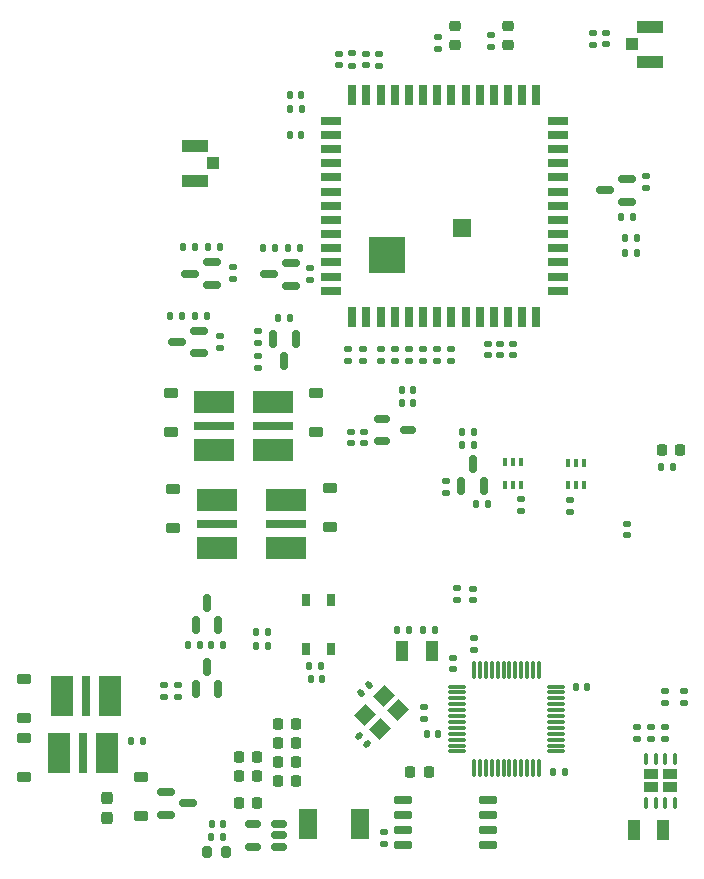
<source format=gbr>
%TF.GenerationSoftware,KiCad,Pcbnew,7.0.10*%
%TF.CreationDate,2024-01-17T01:16:12+03:00*%
%TF.ProjectId,BIM_PCB,42494d5f-5043-4422-9e6b-696361645f70,rev?*%
%TF.SameCoordinates,Original*%
%TF.FileFunction,Paste,Top*%
%TF.FilePolarity,Positive*%
%FSLAX46Y46*%
G04 Gerber Fmt 4.6, Leading zero omitted, Abs format (unit mm)*
G04 Created by KiCad (PCBNEW 7.0.10) date 2024-01-17 01:16:12*
%MOMM*%
%LPD*%
G01*
G04 APERTURE LIST*
G04 Aperture macros list*
%AMRoundRect*
0 Rectangle with rounded corners*
0 $1 Rounding radius*
0 $2 $3 $4 $5 $6 $7 $8 $9 X,Y pos of 4 corners*
0 Add a 4 corners polygon primitive as box body*
4,1,4,$2,$3,$4,$5,$6,$7,$8,$9,$2,$3,0*
0 Add four circle primitives for the rounded corners*
1,1,$1+$1,$2,$3*
1,1,$1+$1,$4,$5*
1,1,$1+$1,$6,$7*
1,1,$1+$1,$8,$9*
0 Add four rect primitives between the rounded corners*
20,1,$1+$1,$2,$3,$4,$5,0*
20,1,$1+$1,$4,$5,$6,$7,0*
20,1,$1+$1,$6,$7,$8,$9,0*
20,1,$1+$1,$8,$9,$2,$3,0*%
%AMRotRect*
0 Rectangle, with rotation*
0 The origin of the aperture is its center*
0 $1 length*
0 $2 width*
0 $3 Rotation angle, in degrees counterclockwise*
0 Add horizontal line*
21,1,$1,$2,0,0,$3*%
G04 Aperture macros list end*
%ADD10RoundRect,0.150000X0.512500X0.150000X-0.512500X0.150000X-0.512500X-0.150000X0.512500X-0.150000X0*%
%ADD11RoundRect,0.135000X0.185000X-0.135000X0.185000X0.135000X-0.185000X0.135000X-0.185000X-0.135000X0*%
%ADD12RoundRect,0.135000X-0.185000X0.135000X-0.185000X-0.135000X0.185000X-0.135000X0.185000X0.135000X0*%
%ADD13RoundRect,0.140000X-0.170000X0.140000X-0.170000X-0.140000X0.170000X-0.140000X0.170000X0.140000X0*%
%ADD14RoundRect,0.140000X0.140000X0.170000X-0.140000X0.170000X-0.140000X-0.170000X0.140000X-0.170000X0*%
%ADD15RoundRect,0.225000X0.375000X-0.225000X0.375000X0.225000X-0.375000X0.225000X-0.375000X-0.225000X0*%
%ADD16RoundRect,0.218750X0.256250X-0.218750X0.256250X0.218750X-0.256250X0.218750X-0.256250X-0.218750X0*%
%ADD17RoundRect,0.150000X0.150000X-0.587500X0.150000X0.587500X-0.150000X0.587500X-0.150000X-0.587500X0*%
%ADD18RoundRect,0.075000X-0.662500X-0.075000X0.662500X-0.075000X0.662500X0.075000X-0.662500X0.075000X0*%
%ADD19RoundRect,0.075000X-0.075000X-0.662500X0.075000X-0.662500X0.075000X0.662500X-0.075000X0.662500X0*%
%ADD20R,1.950000X3.500000*%
%ADD21R,0.800000X3.400000*%
%ADD22R,1.050000X1.000000*%
%ADD23R,2.200000X1.050000*%
%ADD24RoundRect,0.140000X0.170000X-0.140000X0.170000X0.140000X-0.170000X0.140000X-0.170000X-0.140000X0*%
%ADD25RoundRect,0.135000X-0.135000X-0.185000X0.135000X-0.185000X0.135000X0.185000X-0.135000X0.185000X0*%
%ADD26RoundRect,0.135000X0.135000X0.185000X-0.135000X0.185000X-0.135000X-0.185000X0.135000X-0.185000X0*%
%ADD27RoundRect,0.225000X0.225000X0.250000X-0.225000X0.250000X-0.225000X-0.250000X0.225000X-0.250000X0*%
%ADD28RoundRect,0.150000X0.587500X0.150000X-0.587500X0.150000X-0.587500X-0.150000X0.587500X-0.150000X0*%
%ADD29RoundRect,0.140000X-0.140000X-0.170000X0.140000X-0.170000X0.140000X0.170000X-0.140000X0.170000X0*%
%ADD30RoundRect,0.150000X-0.587500X-0.150000X0.587500X-0.150000X0.587500X0.150000X-0.587500X0.150000X0*%
%ADD31R,1.600000X2.500000*%
%ADD32R,3.500000X1.950000*%
%ADD33R,3.400000X0.800000*%
%ADD34RoundRect,0.150000X-0.150000X0.587500X-0.150000X-0.587500X0.150000X-0.587500X0.150000X0.587500X0*%
%ADD35RoundRect,0.218750X0.218750X0.256250X-0.218750X0.256250X-0.218750X-0.256250X0.218750X-0.256250X0*%
%ADD36R,1.000000X1.800000*%
%ADD37RoundRect,0.147500X-0.172500X0.147500X-0.172500X-0.147500X0.172500X-0.147500X0.172500X0.147500X0*%
%ADD38R,0.400000X0.650000*%
%ADD39RoundRect,0.225000X-0.225000X-0.250000X0.225000X-0.250000X0.225000X0.250000X-0.225000X0.250000X0*%
%ADD40RoundRect,0.222500X0.402500X-0.222500X0.402500X0.222500X-0.402500X0.222500X-0.402500X-0.222500X0*%
%ADD41RoundRect,0.087500X0.087500X-0.412500X0.087500X0.412500X-0.087500X0.412500X-0.087500X-0.412500X0*%
%ADD42RoundRect,0.218750X-0.218750X-0.256250X0.218750X-0.256250X0.218750X0.256250X-0.218750X0.256250X0*%
%ADD43RoundRect,0.200000X0.200000X0.275000X-0.200000X0.275000X-0.200000X-0.275000X0.200000X-0.275000X0*%
%ADD44RoundRect,0.140000X-0.219203X-0.021213X-0.021213X-0.219203X0.219203X0.021213X0.021213X0.219203X0*%
%ADD45RoundRect,0.140000X0.021213X-0.219203X0.219203X-0.021213X-0.021213X0.219203X-0.219203X0.021213X0*%
%ADD46R,0.650000X1.050000*%
%ADD47R,0.800000X1.800000*%
%ADD48R,1.800000X0.800000*%
%ADD49R,3.048000X3.048000*%
%ADD50R,1.524000X1.500000*%
%ADD51RoundRect,0.237500X-0.237500X0.287500X-0.237500X-0.287500X0.237500X-0.287500X0.237500X0.287500X0*%
%ADD52RoundRect,0.150000X-0.512500X-0.150000X0.512500X-0.150000X0.512500X0.150000X-0.512500X0.150000X0*%
%ADD53RotRect,1.400000X1.200000X45.000000*%
%ADD54RoundRect,0.150000X-0.650000X-0.150000X0.650000X-0.150000X0.650000X0.150000X-0.650000X0.150000X0*%
G04 APERTURE END LIST*
D10*
%TO.C,U16*%
X59137500Y-128650000D03*
X59137500Y-127700000D03*
X59137500Y-126750000D03*
X56862500Y-126750000D03*
X56862500Y-128650000D03*
%TD*%
D11*
%TO.C,R15*%
X89375000Y-119560000D03*
X89375000Y-118540000D03*
%TD*%
D12*
%TO.C,R56*%
X57300000Y-84990000D03*
X57300000Y-86010000D03*
%TD*%
D13*
%TO.C,C33*%
X79550000Y-99250000D03*
X79550000Y-100210000D03*
%TD*%
D14*
%TO.C,C20*%
X61000000Y-65000000D03*
X60040000Y-65000000D03*
%TD*%
D15*
%TO.C,D16*%
X37500000Y-114500000D03*
X37500000Y-117800000D03*
%TD*%
D16*
%TO.C,D6*%
X74000000Y-60787500D03*
X74000000Y-59212500D03*
%TD*%
D17*
%TO.C,Q6*%
X74550000Y-98112500D03*
X76450000Y-98112500D03*
X75500000Y-96237500D03*
%TD*%
D18*
%TO.C,U1*%
X74200000Y-115100000D03*
X74200000Y-115600000D03*
X74200000Y-116100000D03*
X74200000Y-116600000D03*
X74200000Y-117100000D03*
X74200000Y-117600000D03*
X74200000Y-118100000D03*
X74200000Y-118600000D03*
X74200000Y-119100000D03*
X74200000Y-119600000D03*
X74200000Y-120100000D03*
X74200000Y-120600000D03*
D19*
X75612500Y-122012500D03*
X76112500Y-122012500D03*
X76612500Y-122012500D03*
X77112500Y-122012500D03*
X77612500Y-122012500D03*
X78112500Y-122012500D03*
X78612500Y-122012500D03*
X79112500Y-122012500D03*
X79612500Y-122012500D03*
X80112500Y-122012500D03*
X80612500Y-122012500D03*
X81112500Y-122012500D03*
D18*
X82525000Y-120600000D03*
X82525000Y-120100000D03*
X82525000Y-119600000D03*
X82525000Y-119100000D03*
X82525000Y-118600000D03*
X82525000Y-118100000D03*
X82525000Y-117600000D03*
X82525000Y-117100000D03*
X82525000Y-116600000D03*
X82525000Y-116100000D03*
X82525000Y-115600000D03*
X82525000Y-115100000D03*
D19*
X81112500Y-113687500D03*
X80612500Y-113687500D03*
X80112500Y-113687500D03*
X79612500Y-113687500D03*
X79112500Y-113687500D03*
X78612500Y-113687500D03*
X78112500Y-113687500D03*
X77612500Y-113687500D03*
X77112500Y-113687500D03*
X76612500Y-113687500D03*
X76112500Y-113687500D03*
X75612500Y-113687500D03*
%TD*%
D20*
%TO.C,U20*%
X44525000Y-120750000D03*
X40475000Y-120750000D03*
D21*
X42500000Y-120750000D03*
%TD*%
D11*
%TO.C,R67*%
X74200000Y-107810000D03*
X74200000Y-106790000D03*
%TD*%
D22*
%TO.C,AE1*%
X88950000Y-60740000D03*
D23*
X90475000Y-59265000D03*
X90475000Y-62215000D03*
%TD*%
D12*
%TO.C,R21*%
X90200000Y-71840000D03*
X90200000Y-72860000D03*
%TD*%
D24*
%TO.C,C13*%
X90575000Y-119530000D03*
X90575000Y-118570000D03*
%TD*%
D11*
%TO.C,R40*%
X68900000Y-87510000D03*
X68900000Y-86490000D03*
%TD*%
D25*
%TO.C,R2*%
X61665000Y-113325000D03*
X62685000Y-113325000D03*
%TD*%
D26*
%TO.C,R28*%
X61010000Y-66200000D03*
X59990000Y-66200000D03*
%TD*%
D27*
%TO.C,C54*%
X60555000Y-118270000D03*
X59005000Y-118270000D03*
%TD*%
D14*
%TO.C,C15*%
X70455000Y-90025000D03*
X69495000Y-90025000D03*
%TD*%
D11*
%TO.C,R41*%
X67700000Y-87510000D03*
X67700000Y-86490000D03*
%TD*%
D28*
%TO.C,Q8*%
X60137500Y-81150000D03*
X60137500Y-79250000D03*
X58262500Y-80200000D03*
%TD*%
D26*
%TO.C,R5*%
X54385000Y-111575000D03*
X53365000Y-111575000D03*
%TD*%
%TO.C,R22*%
X75630000Y-94650000D03*
X74610000Y-94650000D03*
%TD*%
D15*
%TO.C,D13*%
X50100000Y-101687500D03*
X50100000Y-98387500D03*
%TD*%
D29*
%TO.C,C11*%
X71320000Y-110300000D03*
X72280000Y-110300000D03*
%TD*%
D30*
%TO.C,Q1*%
X49562500Y-124050000D03*
X49562500Y-125950000D03*
X51437500Y-125000000D03*
%TD*%
D25*
%TO.C,R70*%
X53380000Y-127825000D03*
X54400000Y-127825000D03*
%TD*%
D14*
%TO.C,C12*%
X70080000Y-110300000D03*
X69120000Y-110300000D03*
%TD*%
D31*
%TO.C,L5*%
X61580000Y-126770000D03*
X65980000Y-126770000D03*
%TD*%
D32*
%TO.C,U6*%
X53625000Y-95075000D03*
X53625000Y-91025000D03*
D33*
X53625000Y-93050000D03*
%TD*%
D34*
%TO.C,Q9*%
X60500000Y-85700000D03*
X58600000Y-85700000D03*
X59550000Y-87575000D03*
%TD*%
D25*
%TO.C,R18*%
X49900000Y-83700000D03*
X50920000Y-83700000D03*
%TD*%
D11*
%TO.C,R55*%
X57300000Y-88100000D03*
X57300000Y-87080000D03*
%TD*%
D26*
%TO.C,R66*%
X52385000Y-111575000D03*
X51365000Y-111575000D03*
%TD*%
D11*
%TO.C,R48*%
X55200000Y-80610000D03*
X55200000Y-79590000D03*
%TD*%
D24*
%TO.C,C16*%
X66300000Y-94505000D03*
X66300000Y-93545000D03*
%TD*%
D16*
%TO.C,D5*%
X78500000Y-60787500D03*
X78500000Y-59212500D03*
%TD*%
D28*
%TO.C,Q5*%
X88600000Y-74050000D03*
X88600000Y-72150000D03*
X86725000Y-73100000D03*
%TD*%
D13*
%TO.C,C6*%
X88600000Y-101340000D03*
X88600000Y-102300000D03*
%TD*%
D28*
%TO.C,Q4*%
X52300000Y-86900000D03*
X52300000Y-85000000D03*
X50425000Y-85950000D03*
%TD*%
D11*
%TO.C,R42*%
X72500000Y-87510000D03*
X72500000Y-86490000D03*
%TD*%
%TO.C,R36*%
X72600000Y-61097500D03*
X72600000Y-60077500D03*
%TD*%
D14*
%TO.C,C7*%
X62760000Y-114475000D03*
X61800000Y-114475000D03*
%TD*%
D13*
%TO.C,C34*%
X83750000Y-99330000D03*
X83750000Y-100290000D03*
%TD*%
D25*
%TO.C,R23*%
X74600000Y-93550000D03*
X75620000Y-93550000D03*
%TD*%
D11*
%TO.C,R16*%
X91775000Y-119560000D03*
X91775000Y-118540000D03*
%TD*%
D35*
%TO.C,D2*%
X93087500Y-95040000D03*
X91512500Y-95040000D03*
%TD*%
D11*
%TO.C,R17*%
X54100000Y-86410000D03*
X54100000Y-85390000D03*
%TD*%
D24*
%TO.C,C52*%
X75500000Y-107780000D03*
X75500000Y-106820000D03*
%TD*%
D26*
%TO.C,R33*%
X89385000Y-78425000D03*
X88365000Y-78425000D03*
%TD*%
D36*
%TO.C,Y3*%
X91625000Y-127250000D03*
X89125000Y-127250000D03*
%TD*%
D26*
%TO.C,R53*%
X60847500Y-77950000D03*
X59827500Y-77950000D03*
%TD*%
D27*
%TO.C,C48*%
X60555000Y-121470000D03*
X59005000Y-121470000D03*
%TD*%
D28*
%TO.C,Q7*%
X53400000Y-81100000D03*
X53400000Y-79200000D03*
X51525000Y-80150000D03*
%TD*%
D29*
%TO.C,C8*%
X57185000Y-111700000D03*
X58145000Y-111700000D03*
%TD*%
D26*
%TO.C,R8*%
X92450000Y-96500000D03*
X91430000Y-96500000D03*
%TD*%
D37*
%TO.C,L2*%
X85725000Y-59780000D03*
X85725000Y-60750000D03*
%TD*%
D32*
%TO.C,U10*%
X53850000Y-103337500D03*
X53850000Y-99287500D03*
D33*
X53850000Y-101312500D03*
%TD*%
D15*
%TO.C,D17*%
X37500000Y-122800000D03*
X37500000Y-119500000D03*
%TD*%
D11*
%TO.C,R13*%
X91800000Y-116510000D03*
X91800000Y-115490000D03*
%TD*%
D15*
%TO.C,D7*%
X62225000Y-93525000D03*
X62225000Y-90225000D03*
%TD*%
%TO.C,D8*%
X49925000Y-93562502D03*
X49925000Y-90262502D03*
%TD*%
D11*
%TO.C,R47*%
X73700000Y-87510000D03*
X73700000Y-86490000D03*
%TD*%
D24*
%TO.C,C3*%
X73800000Y-113660000D03*
X73800000Y-112700000D03*
%TD*%
D14*
%TO.C,C14*%
X70455000Y-91100000D03*
X69495000Y-91100000D03*
%TD*%
D38*
%TO.C,U14*%
X84900000Y-96150000D03*
X84250000Y-96150000D03*
X83600000Y-96150000D03*
X83600000Y-98050000D03*
X84250000Y-98050000D03*
X84900000Y-98050000D03*
%TD*%
D27*
%TO.C,C53*%
X60555000Y-119870000D03*
X59005000Y-119870000D03*
%TD*%
D26*
%TO.C,R19*%
X53010000Y-83700000D03*
X51990000Y-83700000D03*
%TD*%
D25*
%TO.C,R49*%
X51000000Y-77900000D03*
X52020000Y-77900000D03*
%TD*%
D14*
%TO.C,C29*%
X60980000Y-68400000D03*
X60020000Y-68400000D03*
%TD*%
D15*
%TO.C,D1*%
X47400000Y-126050000D03*
X47400000Y-122750000D03*
%TD*%
D11*
%TO.C,R51*%
X61750000Y-80660000D03*
X61750000Y-79640000D03*
%TD*%
%TO.C,R35*%
X77025000Y-60972500D03*
X77025000Y-59952500D03*
%TD*%
D39*
%TO.C,C58*%
X55705000Y-125000000D03*
X57255000Y-125000000D03*
%TD*%
D11*
%TO.C,R45*%
X71300000Y-87510000D03*
X71300000Y-86490000D03*
%TD*%
D40*
%TO.C,U2*%
X90625000Y-122550000D03*
X92175000Y-123650000D03*
X90625000Y-123650000D03*
X92175000Y-122550000D03*
D41*
X90200000Y-124975000D03*
X91000000Y-124975000D03*
X91800000Y-124975000D03*
X92600000Y-124975000D03*
X92600000Y-121225000D03*
X91800000Y-121225000D03*
X91000000Y-121225000D03*
X90200000Y-121225000D03*
%TD*%
D24*
%TO.C,C18*%
X66495000Y-62505000D03*
X66495000Y-61545000D03*
%TD*%
D37*
%TO.C,D3*%
X86750000Y-59770000D03*
X86750000Y-60740000D03*
%TD*%
D15*
%TO.C,D14*%
X63400000Y-101587500D03*
X63400000Y-98287500D03*
%TD*%
D39*
%TO.C,C56*%
X55705000Y-121070000D03*
X57255000Y-121070000D03*
%TD*%
D11*
%TO.C,R68*%
X49385000Y-115985000D03*
X49385000Y-114965000D03*
%TD*%
D22*
%TO.C,AE2*%
X53525000Y-70800000D03*
D23*
X52000000Y-72275000D03*
X52000000Y-69325000D03*
%TD*%
D29*
%TO.C,C2*%
X84232500Y-115112500D03*
X85192500Y-115112500D03*
%TD*%
D12*
%TO.C,R29*%
X65245000Y-61505000D03*
X65245000Y-62525000D03*
%TD*%
D29*
%TO.C,C5*%
X82332500Y-122312500D03*
X83292500Y-122312500D03*
%TD*%
D42*
%TO.C,L1*%
X70212500Y-122300000D03*
X71787500Y-122300000D03*
%TD*%
D26*
%TO.C,R54*%
X60010000Y-83900000D03*
X58990000Y-83900000D03*
%TD*%
D25*
%TO.C,R52*%
X57737500Y-77950000D03*
X58757500Y-77950000D03*
%TD*%
D43*
%TO.C,R71*%
X54625000Y-129150000D03*
X52975000Y-129150000D03*
%TD*%
D44*
%TO.C,C10*%
X65860589Y-119330589D03*
X66539411Y-120009411D03*
%TD*%
D11*
%TO.C,R46*%
X70100000Y-87510000D03*
X70100000Y-86490000D03*
%TD*%
D36*
%TO.C,Y2*%
X69550000Y-112100000D03*
X72050000Y-112100000D03*
%TD*%
D24*
%TO.C,C17*%
X65200000Y-94505000D03*
X65200000Y-93545000D03*
%TD*%
D45*
%TO.C,C9*%
X66060589Y-115639411D03*
X66739411Y-114960589D03*
%TD*%
D13*
%TO.C,C26*%
X77850000Y-86100000D03*
X77850000Y-87060000D03*
%TD*%
D25*
%TO.C,R20*%
X88090000Y-75350000D03*
X89110000Y-75350000D03*
%TD*%
D46*
%TO.C,SW1*%
X61350000Y-111960000D03*
X61350000Y-107810000D03*
X63500000Y-111960000D03*
X63500000Y-107810000D03*
%TD*%
D32*
%TO.C,U12*%
X59700000Y-103337500D03*
X59700000Y-99287500D03*
D33*
X59700000Y-101312500D03*
%TD*%
D39*
%TO.C,C57*%
X55705000Y-122670000D03*
X57255000Y-122670000D03*
%TD*%
D47*
%TO.C,U3*%
X65300000Y-83800000D03*
X66500000Y-83800000D03*
X67700000Y-83800000D03*
X68900000Y-83800000D03*
X70100000Y-83800000D03*
X71300000Y-83800000D03*
X72500000Y-83800000D03*
X73700000Y-83800000D03*
X74900000Y-83800000D03*
X76100000Y-83800000D03*
X77300000Y-83800000D03*
X78500000Y-83800000D03*
X79700000Y-83800000D03*
X80900000Y-83800000D03*
D48*
X82700000Y-81600000D03*
X82700000Y-80400000D03*
X82700000Y-79200000D03*
X82700000Y-78000000D03*
X82700000Y-76800000D03*
X82700000Y-75600000D03*
X82700000Y-74400000D03*
X82700000Y-73200000D03*
X82700000Y-72000000D03*
X82700000Y-70800000D03*
X82700000Y-69600000D03*
X82700000Y-68400000D03*
X82700000Y-67200000D03*
D47*
X80900000Y-65000000D03*
X79700000Y-65000000D03*
X78500000Y-65000000D03*
X77300000Y-65000000D03*
X76100000Y-65000000D03*
X74900000Y-65000000D03*
X73700000Y-65000000D03*
X72500000Y-65000000D03*
X71300000Y-65000000D03*
X70100000Y-65000000D03*
X68900000Y-65000000D03*
X67700000Y-65000000D03*
X66500000Y-65000000D03*
X65300000Y-65000000D03*
D48*
X63500000Y-67200000D03*
X63500000Y-68400000D03*
X63500000Y-69600000D03*
X63500000Y-70800000D03*
X63500000Y-72000000D03*
X63500000Y-73200000D03*
X63500000Y-74400000D03*
X63500000Y-75600000D03*
X63500000Y-76800000D03*
X63500000Y-78000000D03*
X63500000Y-79200000D03*
X63500000Y-80400000D03*
X63500000Y-81600000D03*
D49*
X68250000Y-78600006D03*
D50*
X74600000Y-76300000D03*
%TD*%
D11*
%TO.C,R30*%
X67545000Y-62535000D03*
X67545000Y-61515000D03*
%TD*%
D14*
%TO.C,C1*%
X72592500Y-119112500D03*
X71632500Y-119112500D03*
%TD*%
D13*
%TO.C,C39*%
X67962500Y-127450000D03*
X67962500Y-128410000D03*
%TD*%
%TO.C,C27*%
X76775000Y-86100000D03*
X76775000Y-87060000D03*
%TD*%
D20*
%TO.C,U18*%
X44750000Y-115900000D03*
X40700000Y-115900000D03*
D21*
X42725000Y-115900000D03*
%TD*%
D24*
%TO.C,C4*%
X75600000Y-111980000D03*
X75600000Y-111020000D03*
%TD*%
D12*
%TO.C,R26*%
X64975000Y-86515000D03*
X64975000Y-87535000D03*
%TD*%
D32*
%TO.C,U4*%
X58625000Y-95100000D03*
X58625000Y-91050000D03*
D33*
X58625000Y-93075000D03*
%TD*%
D11*
%TO.C,R69*%
X50585000Y-115985000D03*
X50585000Y-114965000D03*
%TD*%
D17*
%TO.C,Q3*%
X52035000Y-115350000D03*
X53935000Y-115350000D03*
X52985000Y-113475000D03*
%TD*%
D13*
%TO.C,C23*%
X78900000Y-86100000D03*
X78900000Y-87060000D03*
%TD*%
D51*
%TO.C,TH1*%
X44500000Y-124500000D03*
X44500000Y-126250000D03*
%TD*%
D52*
%TO.C,U17*%
X67787500Y-92425000D03*
X67787500Y-94325000D03*
X70062500Y-93375000D03*
%TD*%
D25*
%TO.C,R34*%
X88367500Y-77115000D03*
X89387500Y-77115000D03*
%TD*%
D26*
%TO.C,R25*%
X76760000Y-99650000D03*
X75740000Y-99650000D03*
%TD*%
D38*
%TO.C,U7*%
X79550000Y-96100000D03*
X78900000Y-96100000D03*
X78250000Y-96100000D03*
X78250000Y-98000000D03*
X78900000Y-98000000D03*
X79550000Y-98000000D03*
%TD*%
D24*
%TO.C,C19*%
X64195000Y-62495000D03*
X64195000Y-61535000D03*
%TD*%
D12*
%TO.C,R7*%
X71337500Y-116852500D03*
X71337500Y-117872500D03*
%TD*%
D53*
%TO.C,Y1*%
X67623223Y-118678858D03*
X69178858Y-117123223D03*
X67976777Y-115921142D03*
X66421142Y-117476777D03*
%TD*%
D29*
%TO.C,C47*%
X53440000Y-126700000D03*
X54400000Y-126700000D03*
%TD*%
D27*
%TO.C,C55*%
X60555000Y-123070000D03*
X59005000Y-123070000D03*
%TD*%
D17*
%TO.C,Q2*%
X52035000Y-109912500D03*
X53935000Y-109912500D03*
X52985000Y-108037500D03*
%TD*%
D25*
%TO.C,R1*%
X46590000Y-119675000D03*
X47610000Y-119675000D03*
%TD*%
D11*
%TO.C,R14*%
X93400000Y-116510000D03*
X93400000Y-115490000D03*
%TD*%
D26*
%TO.C,R50*%
X54110000Y-77900000D03*
X53090000Y-77900000D03*
%TD*%
D12*
%TO.C,R27*%
X66175000Y-86515000D03*
X66175000Y-87535000D03*
%TD*%
D54*
%TO.C,U8*%
X69562500Y-124745000D03*
X69562500Y-126015000D03*
X69562500Y-127285000D03*
X69562500Y-128555000D03*
X76762500Y-128555000D03*
X76762500Y-127285000D03*
X76762500Y-126015000D03*
X76762500Y-124745000D03*
%TD*%
D11*
%TO.C,R24*%
X73250000Y-98735000D03*
X73250000Y-97715000D03*
%TD*%
D25*
%TO.C,R6*%
X57155000Y-110500000D03*
X58175000Y-110500000D03*
%TD*%
M02*

</source>
